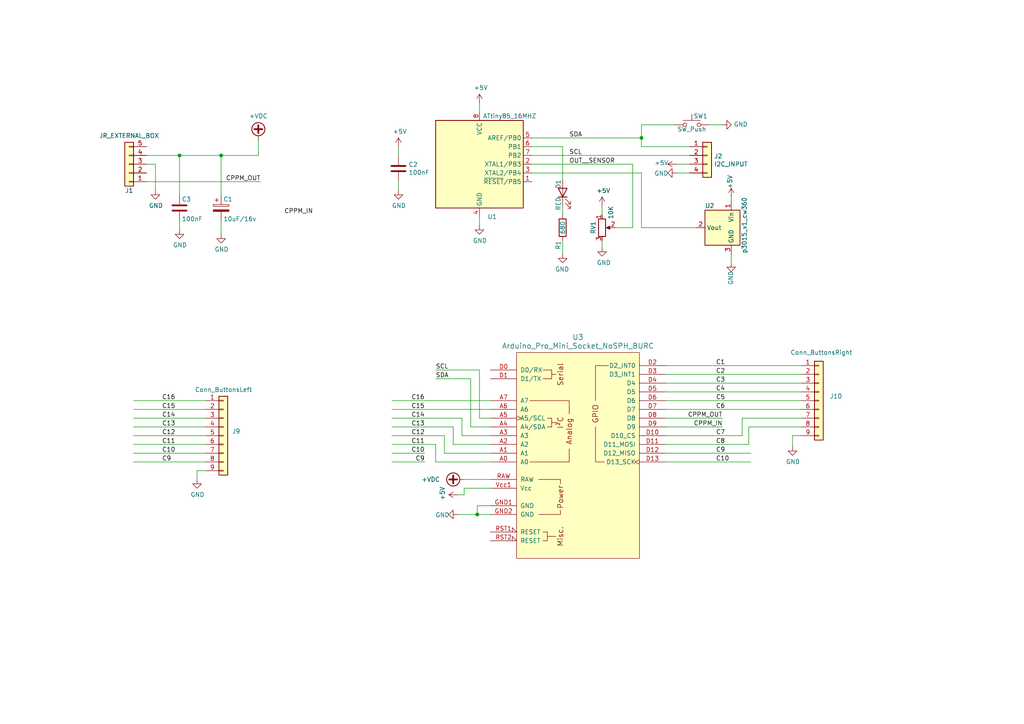
<source format=kicad_sch>
(kicad_sch (version 20230121) (generator eeschema)
  (paper "A4")
  (title_block (title "Board for Angle & Ana & Sw") (date "2023-08-31") (rev "1.0") (company "OpenAVRc"))
  (lib_symbols
    (symbol "Capteur_Hall_I2C_Mini-rescue:ATtiny85-20SU-MCU_Microchip_ATtiny"
      (property "Reference" "U" (at -12.7 13.97 0))
      (property "Value" "ATtiny85-20SU-MCU_Microchip_ATtiny" (at 2.54 -13.97 0))
      (symbol "ATtiny85-20SU-MCU_Microchip_ATtiny_0_1"
        (rectangle (start -12.7 -12.7) (end 12.7 12.7) (stroke (width 0.254)) (fill (type background)))
      )
      (symbol "ATtiny85-20SU-MCU_Microchip_ATtiny_1_1"
        (pin bidirectional line (at 15.24 -5.08 180) (length 2.54) (name "~{RESET}/PB5") (number "1"))
        (pin bidirectional line (at 15.24 0 180) (length 2.54) (name "XTAL1/PB3") (number "2"))
        (pin bidirectional line (at 15.24 -2.54 180) (length 2.54) (name "XTAL2/PB4") (number "3"))
        (pin power_in line (at 0 -15.24 90) (length 2.54) (name "GND") (number "4"))
        (pin bidirectional line (at 15.24 7.62 180) (length 2.54) (name "AREF/PB0") (number "5"))
        (pin bidirectional line (at 15.24 5.08 180) (length 2.54) (name "PB1") (number "6"))
        (pin bidirectional line (at 15.24 2.54 180) (length 2.54) (name "PB2") (number "7"))
        (pin power_in line (at 0 15.24 270) (length 2.54) (name "VCC") (number "8"))
      )
    )
    (symbol "Capteur_Hall_I2C_Mini-rescue:CP-Device" (pin_numbers hide) (pin_names (offset 0.254))
      (property "Reference" "C" (at 0.635 2.54 0))
      (property "Value" "CP-Device" (at 0.635 -2.54 0))
      (symbol "CP-Device_0_1"
        (rectangle (start -2.286 0.508) (end 2.286 1.016))
        (polyline (pts (xy -1.778 2.286) (xy -0.762 2.286)))
        (polyline (pts (xy -1.27 2.794) (xy -1.27 1.778)))
        (rectangle (start 2.286 -0.508) (end -2.286 -1.016) (fill (type outline)))
      )
      (symbol "CP-Device_1_1"
        (pin passive line (at 0 3.81 270) (length 2.794) (name "~") (number "1"))
        (pin passive line (at 0 -3.81 90) (length 2.794) (name "~") (number "2"))
      )
    )
    (symbol "Connector_Generic:Conn_01x04" (pin_names (offset 1.016) hide)
      (property "Reference" "J" (at 0 5.08 0))
      (property "Value" "Conn_01x04" (at 0 -7.62 0))
      (symbol "Conn_01x04_1_1"
        (rectangle (start -1.27 -4.953) (end 0 -5.207) (stroke (width 0.1524)))
        (rectangle (start -1.27 -2.413) (end 0 -2.667) (stroke (width 0.1524)))
        (rectangle (start -1.27 0.127) (end 0 -0.127) (stroke (width 0.1524)))
        (rectangle (start -1.27 2.667) (end 0 2.413) (stroke (width 0.1524)))
        (rectangle (start -1.27 3.81) (end 1.27 -6.35) (stroke (width 0.254)) (fill (type background)))
        (pin passive line (at -5.08 2.54 0) (length 3.81) (name "Pin_1") (number "1"))
        (pin passive line (at -5.08 0 0) (length 3.81) (name "Pin_2") (number "2"))
        (pin passive line (at -5.08 -2.54 0) (length 3.81) (name "Pin_3") (number "3"))
        (pin passive line (at -5.08 -5.08 0) (length 3.81) (name "Pin_4") (number "4"))
      )
    )
    (symbol "Connector_Generic:Conn_01x05" (pin_names (offset 1.016) hide)
      (property "Reference" "J" (at 0 7.62 0))
      (property "Value" "Conn_01x05" (at 0 -7.62 0))
      (symbol "Conn_01x05_1_1"
        (rectangle (start -1.27 -4.953) (end 0 -5.207) (stroke (width 0.1524)))
        (rectangle (start -1.27 -2.413) (end 0 -2.667) (stroke (width 0.1524)))
        (rectangle (start -1.27 0.127) (end 0 -0.127) (stroke (width 0.1524)))
        (rectangle (start -1.27 2.667) (end 0 2.413) (stroke (width 0.1524)))
        (rectangle (start -1.27 5.207) (end 0 4.953) (stroke (width 0.1524)))
        (rectangle (start -1.27 6.35) (end 1.27 -6.35) (stroke (width 0.254)) (fill (type background)))
        (pin passive line (at -5.08 5.08 0) (length 3.81) (name "Pin_1") (number "1"))
        (pin passive line (at -5.08 2.54 0) (length 3.81) (name "Pin_2") (number "2"))
        (pin passive line (at -5.08 0 0) (length 3.81) (name "Pin_3") (number "3"))
        (pin passive line (at -5.08 -2.54 0) (length 3.81) (name "Pin_4") (number "4"))
        (pin passive line (at -5.08 -5.08 0) (length 3.81) (name "Pin_5") (number "5"))
      )
    )
    (symbol "Connector_Generic:Conn_01x09" (pin_names (offset 1.016) hide)
      (property "Reference" "J" (at 0 12.7 0))
      (property "Value" "Conn_01x09" (at 0 -12.7 0))
      (symbol "Conn_01x09_1_1"
        (rectangle (start -1.27 -10.033) (end 0 -10.287) (stroke (width 0.1524)))
        (rectangle (start -1.27 -7.493) (end 0 -7.747) (stroke (width 0.1524)))
        (rectangle (start -1.27 -4.953) (end 0 -5.207) (stroke (width 0.1524)))
        (rectangle (start -1.27 -2.413) (end 0 -2.667) (stroke (width 0.1524)))
        (rectangle (start -1.27 0.127) (end 0 -0.127) (stroke (width 0.1524)))
        (rectangle (start -1.27 2.667) (end 0 2.413) (stroke (width 0.1524)))
        (rectangle (start -1.27 5.207) (end 0 4.953) (stroke (width 0.1524)))
        (rectangle (start -1.27 7.747) (end 0 7.493) (stroke (width 0.1524)))
        (rectangle (start -1.27 10.287) (end 0 10.033) (stroke (width 0.1524)))
        (rectangle (start -1.27 11.43) (end 1.27 -11.43) (stroke (width 0.254)) (fill (type background)))
        (pin passive line (at -5.08 10.16 0) (length 3.81) (name "Pin_1") (number "1"))
        (pin passive line (at -5.08 7.62 0) (length 3.81) (name "Pin_2") (number "2"))
        (pin passive line (at -5.08 5.08 0) (length 3.81) (name "Pin_3") (number "3"))
        (pin passive line (at -5.08 2.54 0) (length 3.81) (name "Pin_4") (number "4"))
        (pin passive line (at -5.08 0 0) (length 3.81) (name "Pin_5") (number "5"))
        (pin passive line (at -5.08 -2.54 0) (length 3.81) (name "Pin_6") (number "6"))
        (pin passive line (at -5.08 -5.08 0) (length 3.81) (name "Pin_7") (number "7"))
        (pin passive line (at -5.08 -7.62 0) (length 3.81) (name "Pin_8") (number "8"))
        (pin passive line (at -5.08 -10.16 0) (length 3.81) (name "Pin_9") (number "9"))
      )
    )
    (symbol "Device:C" (pin_numbers hide) (pin_names (offset 0.254))
      (property "Reference" "C" (at 0.635 2.54 0))
      (property "Value" "C" (at 0.635 -2.54 0))
      (symbol "C_0_1"
        (polyline (pts (xy -2.032 -0.762) (xy 2.032 -0.762)) (stroke (width 0.508)))
        (polyline (pts (xy -2.032 0.762) (xy 2.032 0.762)) (stroke (width 0.508)))
      )
      (symbol "C_1_1"
        (pin passive line (at 0 3.81 270) (length 2.794) (name "~") (number "1"))
        (pin passive line (at 0 -3.81 90) (length 2.794) (name "~") (number "2"))
      )
    )
    (symbol "Device:LED" (pin_numbers hide) (pin_names (offset 1.016) hide)
      (property "Reference" "D" (at 0 2.54 0))
      (property "Value" "LED" (at 0 -2.54 0))
      (symbol "LED_0_1"
        (polyline (pts (xy -1.27 -1.27) (xy -1.27 1.27)) (stroke (width 0.254)))
        (polyline (pts (xy -1.27 0) (xy 1.27 0)))
        (polyline (pts (xy 1.27 -1.27) (xy 1.27 1.27) (xy -1.27 0) (xy 1.27 -1.27)) (stroke (width 0.254)))
        (polyline (pts (xy -3.048 -0.762) (xy -4.572 -2.286) (xy -3.81 -2.286) (xy -4.572 -2.286) (xy -4.572 -1.524)))
        (polyline (pts (xy -1.778 -0.762) (xy -3.302 -2.286) (xy -2.54 -2.286) (xy -3.302 -2.286) (xy -3.302 -1.524)))
      )
      (symbol "LED_1_1"
        (pin passive line (at -3.81 0 0) (length 2.54) (name "K") (number "1"))
        (pin passive line (at 3.81 0 180) (length 2.54) (name "A") (number "2"))
      )
    )
    (symbol "Device:R" (pin_numbers hide) (pin_names (offset 0))
      (property "Reference" "R" (at 2.032 0 90))
      (property "Value" "R" (at 0 0 90))
      (symbol "R_0_1"
        (rectangle (start -1.016 -2.54) (end 1.016 2.54) (stroke (width 0.254)))
      )
      (symbol "R_1_1"
        (pin passive line (at 0 3.81 270) (length 1.27) (name "~") (number "1"))
        (pin passive line (at 0 -3.81 90) (length 1.27) (name "~") (number "2"))
      )
    )
    (symbol "Device:R_Potentiometer" (pin_names (offset 1.016) hide)
      (property "Reference" "RV" (at -4.445 0 90))
      (property "Value" "R_Potentiometer" (at -2.54 0 90))
      (symbol "R_Potentiometer_0_1"
        (polyline (pts (xy 2.54 0) (xy 1.524 0)))
        (polyline (pts (xy 1.143 0) (xy 2.286 0.508) (xy 2.286 -0.508) (xy 1.143 0)) (fill (type outline)))
        (rectangle (start 1.016 2.54) (end -1.016 -2.54) (stroke (width 0.254)))
      )
      (symbol "R_Potentiometer_1_1"
        (pin passive line (at 0 3.81 270) (length 1.27) (name "1") (number "1"))
        (pin passive line (at 3.81 0 180) (length 1.27) (name "2") (number "2"))
        (pin passive line (at 0 -3.81 90) (length 1.27) (name "3") (number "3"))
      )
    )
    (symbol "PCM_arduino-library:Arduino_Pro_Mini_Socket_NoSPH" (pin_names (offset 1.016))
      (property "Reference" "A" (at 0 36.83 0))
      (property "Value" "Arduino_Pro_Mini_Socket_NoSPH" (at 0 33.02 0))
      (symbol "Arduino_Pro_Mini_Socket_NoSPH_0_0"
        (rectangle (start -17.78 30.48) (end 17.78 -29.21) (fill (type background)))
        (polyline (pts (xy -7.62 10.16) (xy -6.35 10.16)))
        (polyline (pts (xy -7.62 24.13) (xy -6.35 24.13)))
        (polyline (pts (xy -6.35 -22.86) (xy -8.89 -22.86)))
        (polyline (pts (xy -11.43 -16.51) (xy -5.08 -16.51) (xy -5.08 -15.24)))
        (polyline (pts (xy -5.08 -7.62) (xy -5.08 -6.35) (xy -11.43 -6.35)))
        (polyline (pts (xy -2.54 2.54) (xy -2.54 -1.27) (xy -13.97 -1.27)))
        (polyline (pts (xy -2.54 12.7) (xy -2.54 16.51) (xy -13.97 16.51)))
        (polyline (pts (xy -10.16 25.4) (xy -7.62 25.4) (xy -7.62 22.86) (xy -10.16 22.86)))
        (polyline (pts (xy -8.89 11.43) (xy -7.62 11.43) (xy -7.62 8.89) (xy -8.89 8.89)))
        (text "Analog" (at -2.54 7.62 900) (effects (font (size 1.524 1.524))))
        (text "I²C" (at -5.08 10.16 900) (effects (font (size 1.524 1.524))))
        (text "Misc." (at -5.08 -22.86 900) (effects (font (size 1.524 1.524))))
        (text "Power" (at -5.08 -11.43 900) (effects (font (size 1.524 1.524))))
        (text "Serial" (at -5.08 24.13 900) (effects (font (size 1.524 1.524))))
      )
      (symbol "Arduino_Pro_Mini_Socket_NoSPH_0_1"
        (polyline (pts (xy 7.62 -1.27) (xy 5.08 -1.27) (xy 5.08 8.89)))
        (polyline (pts (xy 8.89 26.67) (xy 5.08 26.67) (xy 5.08 16.51)))
        (polyline (pts (xy -10.16 -24.13) (xy -8.89 -24.13) (xy -8.89 -21.59) (xy -10.16 -21.59)))
      )
      (symbol "Arduino_Pro_Mini_Socket_NoSPH_1_0"
        (text "GPIO" (at 5.08 12.7 900) (effects (font (size 1.524 1.524))))
      )
      (symbol "Arduino_Pro_Mini_Socket_NoSPH_1_1"
        (pin bidirectional line (at -25.4 -1.27 0) (length 7.62) (name "A0") (number "A0"))
        (pin bidirectional line (at -25.4 1.27 0) (length 7.62) (name "A1") (number "A1"))
        (pin bidirectional line (at -25.4 3.81 0) (length 7.62) (name "A2") (number "A2"))
        (pin bidirectional line (at -25.4 6.35 0) (length 7.62) (name "A3") (number "A3"))
        (pin bidirectional line (at -25.4 8.89 0) (length 7.62) (name "A4/SDA") (number "A4"))
        (pin bidirectional clock (at -25.4 11.43 0) (length 7.62) (name "A5/SCL") (number "A5"))
        (pin input line (at -25.4 13.97 0) (length 7.62) (name "A6") (number "A6"))
        (pin input line (at -25.4 16.51 0) (length 7.62) (name "A7") (number "A7"))
        (pin bidirectional line (at -25.4 25.4 0) (length 7.62) (name "D0/RX") (number "D0"))
        (pin bidirectional line (at -25.4 22.86 0) (length 7.62) (name "D1/TX") (number "D1"))
        (pin bidirectional line (at 25.4 6.35 180) (length 7.62) (name "D10_CS") (number "D10"))
        (pin bidirectional line (at 25.4 3.81 180) (length 7.62) (name "D11_MOSI") (number "D11"))
        (pin bidirectional line (at 25.4 1.27 180) (length 7.62) (name "D12_MISO") (number "D12"))
        (pin bidirectional clock (at 25.4 -1.27 180) (length 7.62) (name "D13_SCK") (number "D13"))
        (pin bidirectional line (at 25.4 26.67 180) (length 7.62) (name "D2_INT0") (number "D2"))
        (pin bidirectional line (at 25.4 24.13 180) (length 7.62) (name "D3_INT1") (number "D3"))
        (pin bidirectional line (at 25.4 21.59 180) (length 7.62) (name "D4") (number "D4"))
        (pin bidirectional line (at 25.4 19.05 180) (length 7.62) (name "D5") (number "D5"))
        (pin bidirectional line (at 25.4 16.51 180) (length 7.62) (name "D6") (number "D6"))
        (pin bidirectional line (at 25.4 13.97 180) (length 7.62) (name "D7") (number "D7"))
        (pin bidirectional line (at 25.4 11.43 180) (length 7.62) (name "D8") (number "D8"))
        (pin bidirectional line (at 25.4 8.89 180) (length 7.62) (name "D9") (number "D9"))
        (pin power_in line (at -25.4 -13.97 0) (length 7.62) (name "GND") (number "GND1"))
        (pin power_in line (at -25.4 -16.51 0) (length 7.62) (name "GND") (number "GND2"))
        (pin power_in line (at -25.4 -6.35 0) (length 7.62) (name "RAW") (number "RAW"))
        (pin open_collector input_low (at -25.4 -21.59 0) (length 7.62) (name "RESET") (number "RST1"))
        (pin open_collector input_low (at -25.4 -24.13 0) (length 7.62) (name "RESET") (number "RST2"))
        (pin power_in line (at -25.4 -8.89 0) (length 7.62) (name "Vcc") (number "Vcc1"))
      )
    )
    (symbol "Reference_Voltage:ISL21070DIH306Z-TK"
      (property "Reference" "U" (at -0.635 8.255 0))
      (property "Value" "ISL21070DIH306Z-TK" (at -1.905 6.35 0))
      (symbol "ISL21070DIH306Z-TK_0_1"
        (rectangle (start -5.08 5.08) (end 5.08 -5.08) (stroke (width 0.254)) (fill (type background)))
      )
      (symbol "ISL21070DIH306Z-TK_1_1"
        (pin power_in line (at -2.54 7.62 270) (length 2.54) (name "Vin") (number "1"))
        (pin power_out line (at 7.62 0 180) (length 2.54) (name "Vout") (number "2"))
        (pin power_in line (at -2.54 -7.62 90) (length 2.54) (name "GND") (number "3"))
      )
    )
    (symbol "Switch:SW_Push" (pin_numbers hide) (pin_names (offset 1.016) hide)
      (property "Reference" "SW" (at 1.27 2.54 0))
      (property "Value" "SW_Push" (at 0 -1.524 0))
      (symbol "SW_Push_0_1"
        (circle (center -2.032 0) (radius 0.508))
        (polyline (pts (xy 0 1.27) (xy 0 3.048)))
        (polyline (pts (xy 2.54 1.27) (xy -2.54 1.27)))
        (circle (center 2.032 0) (radius 0.508))
        (pin passive line (at -5.08 0 0) (length 2.54) (name "1") (number "1"))
        (pin passive line (at 5.08 0 180) (length 2.54) (name "2") (number "2"))
      )
    )
    (symbol "power:+5V" (power) (pin_names (offset 0))
      (property "Value" "+5V" (at 0 3.556 0))
      (symbol "+5V_0_1"
        (polyline (pts (xy -0.762 1.27) (xy 0 2.54)))
        (polyline (pts (xy 0 0) (xy 0 2.54)))
        (polyline (pts (xy 0 2.54) (xy 0.762 1.27)))
      )
      (symbol "+5V_1_1"
        (pin power_in line (at 0 0 90) (length 0) hide (name "+5V") (number "1"))
      )
    )
    (symbol "power:+VDC" (power) (pin_names (offset 0))
      (property "Value" "+VDC" (at 0 6.35 0))
      (symbol "+VDC_0_1"
        (polyline (pts (xy -1.143 3.175) (xy 1.143 3.175)) (stroke (width 0.508)))
        (polyline (pts (xy 0 0) (xy 0 1.27)))
        (polyline (pts (xy 0 2.032) (xy 0 4.318)) (stroke (width 0.508)))
        (circle (center 0 3.175) (radius 1.905) (stroke (width 0.254)))
      )
      (symbol "+VDC_1_1"
        (pin power_in line (at 0 0 90) (length 0) hide (name "+VDC") (number "1"))
      )
    )
    (symbol "power:GND" (power) (pin_names (offset 0))
      (property "Value" "GND" (at 0 -3.81 0))
      (symbol "GND_0_1"
        (polyline (pts (xy 0 0) (xy 0 -1.27) (xy 1.27 -1.27) (xy 0 -2.54) (xy -1.27 -1.27) (xy 0 -1.27)))
      )
      (symbol "GND_1_1"
        (pin power_in line (at 0 0 270) (length 0) hide (name "GND") (number "1"))
      )
    )
  )
  (junction (at 64.135 45.085))
  (junction (at 138.43 149.225))
  (junction (at 52.07 45.085))
  (junction (at 186.055 40.005))
  (wire (pts (xy 126.365 107.315) (xy 139.065 107.315)))
  (wire (pts (xy 131.445 128.905) (xy 142.24 128.905)))
  (wire (pts (xy 126.365 133.985) (xy 142.24 133.985)))
  (wire (pts (xy 200.025 47.625) (xy 196.215 47.625)))
  (wire (pts (xy 133.985 126.365) (xy 133.985 121.285)))
  (wire (pts (xy 193.04 116.205) (xy 232.41 116.205)))
  (wire (pts (xy 186.055 36.195) (xy 195.58 36.195)))
  (wire (pts (xy 38.735 121.285) (xy 59.69 121.285)))
  (wire (pts (xy 128.905 131.445) (xy 142.24 131.445)))
  (wire (pts (xy 128.905 126.365) (xy 113.665 126.365)))
  (wire (pts (xy 64.135 67.945) (xy 64.135 64.135)))
  (wire (pts (xy 42.545 45.085) (xy 52.07 45.085)))
  (wire (pts (xy 52.07 66.675) (xy 52.07 64.135)))
  (wire (pts (xy 115.57 55.245) (xy 115.57 52.705)))
  (wire (pts (xy 134.62 141.605) (xy 134.62 143.51)))
  (wire (pts (xy 193.04 121.285) (xy 209.55 121.285)))
  (wire (pts (xy 38.735 123.825) (xy 59.69 123.825)))
  (wire (pts (xy 138.43 149.225) (xy 142.24 149.225)))
  (wire (pts (xy 131.445 128.905) (xy 131.445 123.825)))
  (wire (pts (xy 215.265 121.285) (xy 232.41 121.285)))
  (wire (pts (xy 128.905 131.445) (xy 128.905 126.365)))
  (wire (pts (xy 113.665 133.985) (xy 123.19 133.985)))
  (wire (pts (xy 136.525 123.825) (xy 136.525 109.855)))
  (wire (pts (xy 113.665 128.905) (xy 126.365 128.905)))
  (wire (pts (xy 134.62 143.51) (xy 132.715 143.51)))
  (wire (pts (xy 183.515 47.625) (xy 183.515 66.04)))
  (wire (pts (xy 64.135 45.085) (xy 64.135 56.515)))
  (wire (pts (xy 115.57 42.545) (xy 115.57 45.085)))
  (wire (pts (xy 163.195 69.85) (xy 163.195 73.66)))
  (wire (pts (xy 174.625 69.85) (xy 174.625 71.755)))
  (wire (pts (xy 59.69 136.525) (xy 57.15 136.525)))
  (wire (pts (xy 186.055 50.165) (xy 154.305 50.165)))
  (wire (pts (xy 38.735 128.905) (xy 59.69 128.905)))
  (wire (pts (xy 132.715 149.225) (xy 138.43 149.225)))
  (wire (pts (xy 212.09 57.15) (xy 212.09 58.42)))
  (wire (pts (xy 134.62 139.065) (xy 142.24 139.065)))
  (wire (pts (xy 193.04 108.585) (xy 232.41 108.585)))
  (wire (pts (xy 52.07 45.085) (xy 52.07 56.515)))
  (wire (pts (xy 196.215 50.165) (xy 200.025 50.165)))
  (wire (pts (xy 154.305 45.085) (xy 200.025 45.085)))
  (wire (pts (xy 193.04 128.905) (xy 217.17 128.905)))
  (wire (pts (xy 45.085 47.625) (xy 45.085 55.245)))
  (wire (pts (xy 217.17 123.825) (xy 232.41 123.825)))
  (wire (pts (xy 113.665 118.745) (xy 142.24 118.745)))
  (wire (pts (xy 38.735 116.205) (xy 59.69 116.205)))
  (wire (pts (xy 42.545 52.705) (xy 75.565 52.705)))
  (wire (pts (xy 154.305 47.625) (xy 183.515 47.625)))
  (wire (pts (xy 193.04 118.745) (xy 232.41 118.745)))
  (wire (pts (xy 64.135 45.085) (xy 74.93 45.085)))
  (wire (pts (xy 38.735 133.985) (xy 59.69 133.985)))
  (wire (pts (xy 113.665 116.205) (xy 142.24 116.205)))
  (wire (pts (xy 134.62 141.605) (xy 142.24 141.605)))
  (wire (pts (xy 232.41 126.365) (xy 229.87 126.365)))
  (wire (pts (xy 229.87 126.365) (xy 229.87 129.54)))
  (wire (pts (xy 183.515 66.04) (xy 178.435 66.04)))
  (wire (pts (xy 133.985 121.285) (xy 113.665 121.285)))
  (wire (pts (xy 193.04 111.125) (xy 232.41 111.125)))
  (wire (pts (xy 154.305 42.545) (xy 163.195 42.545)))
  (wire (pts (xy 186.055 66.04) (xy 186.055 50.165)))
  (wire (pts (xy 131.445 123.825) (xy 113.665 123.825)))
  (wire (pts (xy 205.74 36.195) (xy 209.55 36.195)))
  (wire (pts (xy 126.365 133.985) (xy 126.365 128.905)))
  (wire (pts (xy 154.305 40.005) (xy 186.055 40.005)))
  (wire (pts (xy 126.365 109.855) (xy 136.525 109.855)))
  (wire (pts (xy 38.735 131.445) (xy 59.69 131.445)))
  (wire (pts (xy 193.04 131.445) (xy 217.805 131.445)))
  (wire (pts (xy 133.985 126.365) (xy 142.24 126.365)))
  (wire (pts (xy 186.055 66.04) (xy 201.93 66.04)))
  (wire (pts (xy 139.065 29.845) (xy 139.065 32.385)))
  (wire (pts (xy 74.93 45.085) (xy 74.93 40.64)))
  (wire (pts (xy 215.265 126.365) (xy 215.265 121.285)))
  (wire (pts (xy 193.04 106.045) (xy 232.41 106.045)))
  (wire (pts (xy 186.055 42.545) (xy 186.055 40.005)))
  (wire (pts (xy 186.055 42.545) (xy 200.025 42.545)))
  (wire (pts (xy 186.055 36.195) (xy 186.055 40.005)))
  (wire (pts (xy 139.065 65.405) (xy 139.065 62.865)))
  (wire (pts (xy 113.665 131.445) (xy 123.19 131.445)))
  (wire (pts (xy 52.07 45.085) (xy 64.135 45.085)))
  (wire (pts (xy 193.04 113.665) (xy 232.41 113.665)))
  (wire (pts (xy 38.735 118.745) (xy 59.69 118.745)))
  (wire (pts (xy 38.735 126.365) (xy 59.69 126.365)))
  (wire (pts (xy 163.195 59.69) (xy 163.195 62.23)))
  (wire (pts (xy 136.525 123.825) (xy 142.24 123.825)))
  (wire (pts (xy 139.065 107.315) (xy 139.065 121.285)))
  (wire (pts (xy 42.545 47.625) (xy 45.085 47.625)))
  (wire (pts (xy 217.17 128.905) (xy 217.17 123.825)))
  (wire (pts (xy 193.04 126.365) (xy 215.265 126.365)))
  (wire (pts (xy 139.065 121.285) (xy 142.24 121.285)))
  (wire (pts (xy 57.15 136.525) (xy 57.15 139.065)))
  (wire (pts (xy 193.04 133.985) (xy 217.805 133.985)))
  (wire (pts (xy 142.24 146.685) (xy 138.43 146.685)))
  (wire (pts (xy 163.195 42.545) (xy 163.195 52.07)))
  (wire (pts (xy 138.43 146.685) (xy 138.43 149.225)))
  (wire (pts (xy 174.625 59.69) (xy 174.625 62.23)))
  (wire (pts (xy 193.04 123.825) (xy 209.55 123.825)))
  (wire (pts (xy 212.09 73.66) (xy 212.09 76.2)))
  (label "C10" (at 207.645 133.985 0))
  (label "C12" (at 46.99 126.365 0))
  (label "C15" (at 46.99 118.745 0))
  (label "C1" (at 207.645 106.045 0))
  (label "C12" (at 123.2168 126.365 180))
  (label "C16" (at 46.99 116.205 0))
  (label "C10" (at 123.19 131.445 180))
  (label "C8" (at 207.645 128.905 0))
  (label "SCL" (at 126.365 107.315 0))
  (label "C9" (at 46.99 133.985 0))
  (label "C16" (at 123.19 116.205 180))
  (label "SDA" (at 165.1 40.005 0))
  (label "C2" (at 207.645 108.585 0))
  (label "C7" (at 207.645 126.365 0))
  (label "C4" (at 207.645 113.665 0))
  (label "C11" (at 46.99 128.905 0))
  (label "C6" (at 207.645 118.745 0))
  (label "CPPM_OUT" (at 75.565 52.705 180))
  (label "C9" (at 123.19 133.985 180))
  (label "C9" (at 207.645 131.445 0))
  (label "OUT__SENSOR" (at 165.1 47.625 0))
  (label "SCL" (at 165.1 45.085 0))
  (label "C11" (at 123.19 128.905 180))
  (label "C13" (at 46.99 123.825 0))
  (label "C13" (at 123.19 123.825 180))
  (label "C14" (at 123.19 121.285 180))
  (label "CPPM_IN" (at 209.55 123.825 180))
  (label "C15" (at 123.19 118.745 180))
  (label "SDA" (at 126.365 109.855 0))
  (label "CPPM_OUT" (at 209.55 121.285 180))
  (label "C5" (at 207.645 116.205 0))
  (label "C10" (at 46.99 131.445 0))
  (label "C14" (at 46.99 121.285 0))
  (label "C3" (at 207.645 111.125 0))
  (label "CPPM_IN" (at 90.805 62.23 180))
  (symbol (lib_id "Capteur_Hall_I2C_Mini-rescue:ATtiny85-20SU-MCU_Microchip_ATtiny") (at 139.065 47.625 0) (unit 1)
    (property "Reference" "U1" (at 144.145 62.865 0) (effects (justify right)))
    (property "Value" "ATtiny85_16MHZ" (at 155.575 33.655 0) (effects (justify right)))
    (property "Footprint" "Package_DIP:DIP-8_W7.62mm" (effects hide))
    (property "Datasheet" "http://ww1.microchip.com/downloads/en/DeviceDoc/atmel-2586-avr-8-bit-microcontroller-attiny25-attiny45-attiny85_datasheet.pdf" (effects hide))
  )
  (symbol (lib_id "Device:LED") (at 163.195 55.88 90) (unit 1)
    (property "Reference" "D1" (at 161.925 52.07 0) (effects (justify right)))
    (property "Value" "RED" (at 161.925 57.15 0) (effects (justify right)))
    (property "Footprint" "LED_THT:LED_D3.0mm" (effects hide))
  )
  (symbol (lib_id "Device:R") (at 163.195 66.04 0) (unit 1)
    (property "Reference" "R1" (at 161.925 71.12 90))
    (property "Value" "680" (at 163.195 66.04 90))
    (property "Footprint" "Resistor_THT:R_Axial_DIN0204_L3.6mm_D1.6mm_P5.08mm_Horizontal" (effects hide))
  )
  (symbol (lib_id "power:+5V") (at 212.09 57.15 0) (mirror y) (unit 1)
    (property "Reference" "#PWR0111" (effects hide))
    (property "Value" "+5V" (at 211.709 52.7558 90))
  )
  (symbol (lib_id "power:GND") (at 163.195 73.66 0) (unit 1)
    (property "Reference" "#PWR0101" (effects hide))
    (property "Value" "GND" (at 165.1 78.105 0) (effects (justify right)))
  )
  (symbol (lib_id "power:GND") (at 139.065 65.405 0) (unit 1)
    (property "Reference" "#PWR0102" (effects hide))
    (property "Value" "GND" (at 139.192 69.7992 0))
  )
  (symbol (lib_id "power:+5V") (at 139.065 29.845 0) (unit 1)
    (property "Reference" "#PWR0103" (effects hide))
    (property "Value" "+5V" (at 139.446 25.4508 0))
  )
  (symbol (lib_id "power:GND") (at 212.09 76.2 0) (mirror y) (unit 1)
    (property "Reference" "#PWR0112" (effects hide))
    (property "Value" "GND" (at 211.963 80.5942 90))
  )
  (symbol (lib_id "Device:C") (at 115.57 48.895 0) (unit 1)
    (property "Reference" "C2" (at 118.491 47.7266 0) (effects (justify left)))
    (property "Value" "100nF" (at 118.491 50.038 0) (effects (justify left)))
    (property "Footprint" "Capacitor_THT:C_Rect_L7.0mm_W3.5mm_P5.00mm" (effects hide))
  )
  (symbol (lib_id "Capteur_Hall_I2C_Mini-rescue:CP-Device") (at 64.135 60.325 0) (unit 1)
    (property "Reference" "C1" (at 64.77 57.785 0) (effects (justify left)))
    (property "Value" "10uF/16v" (at 64.77 63.5 0) (effects (justify left)))
    (property "Footprint" "Capacitor_THT:C_Radial_D8.0mm_H7.0mm_P3.50mm" (effects hide))
  )
  (symbol (lib_id "power:+5V") (at 115.57 42.545 0) (unit 1)
    (property "Reference" "#PWR0104" (effects hide))
    (property "Value" "+5V" (at 115.951 38.1508 0))
  )
  (symbol (lib_id "power:GND") (at 115.57 55.245 0) (unit 1)
    (property "Reference" "#PWR0106" (effects hide))
    (property "Value" "GND" (at 115.697 59.6392 0))
  )
  (symbol (lib_id "power:GND") (at 64.135 67.945 0) (unit 1)
    (property "Reference" "#PWR0107" (effects hide))
    (property "Value" "GND" (at 64.262 72.3392 0))
  )
  (symbol (lib_id "power:GND") (at 209.55 36.195 90) (unit 1)
    (property "Reference" "#PWR0108" (effects hide))
    (property "Value" "GND" (at 212.8012 36.068 90) (effects (justify right)))
  )
  (symbol (lib_id "Switch:SW_Push") (at 200.66 36.195 0) (unit 1)
    (property "Reference" "SW1" (at 203.2 33.655 0))
    (property "Value" "SW_Push" (at 200.66 37.465 0))
    (property "Footprint" "Button_Switch_THT:SW_PUSH_6mm_H4.3mm" (effects hide))
  )
  (symbol (lib_id "Connector_Generic:Conn_01x04") (at 205.105 45.085 0) (unit 1)
    (property "Reference" "J2" (at 207.137 45.2882 0) (effects (justify left)))
    (property "Value" "I2C_INPUT" (at 207.137 47.5996 0) (effects (justify left)))
    (property "Footprint" "Connector_PinHeader_2.54mm:PinHeader_1x04_P2.54mm_Vertical" (effects hide))
  )
  (symbol (lib_id "power:+5V") (at 196.215 47.625 90) (unit 1)
    (property "Reference" "#PWR0110" (effects hide))
    (property "Value" "+5V" (at 191.8208 47.244 90))
  )
  (symbol (lib_id "power:GND") (at 196.215 50.165 270) (unit 1)
    (property "Reference" "#PWR0113" (effects hide))
    (property "Value" "GND" (at 191.8208 50.292 90))
  )
  (symbol (lib_id "power:+VDC") (at 74.93 40.64 0) (unit 1)
    (property "Reference" "#PWR06" (effects hide))
    (property "Value" "+VDC" (at 74.93 33.655 0))
  )
  (symbol (lib_id "power:+5V") (at 174.625 59.69 0) (unit 1)
    (property "Reference" "#PWR0114" (effects hide))
    (property "Value" "+5V" (at 175.006 55.2958 0))
  )
  (symbol (lib_id "power:GND") (at 57.15 139.065 0) (unit 1)
    (property "Reference" "#PWR010" (effects hide))
    (property "Value" "GND" (at 57.277 143.4592 0))
  )
  (symbol (lib_id "Device:C") (at 52.07 60.325 0) (unit 1)
    (property "Reference" "C3" (at 52.705 57.785 0) (effects (justify left)))
    (property "Value" "100nF" (at 52.705 63.5 0) (effects (justify left)))
    (property "Footprint" "Capacitor_THT:C_Rect_L7.0mm_W3.5mm_P5.00mm" (effects hide))
  )
  (symbol (lib_id "power:+5V") (at 132.715 143.51 90) (unit 1)
    (property "Reference" "#PWR04" (effects hide))
    (property "Value" "+5V" (at 128.3208 143.129 0))
  )
  (symbol (lib_id "power:GND") (at 45.085 55.245 0) (unit 1)
    (property "Reference" "#PWR07" (effects hide))
    (property "Value" "GND" (at 45.212 59.6392 0))
  )
  (symbol (lib_id "power:GND") (at 52.07 66.675 0) (unit 1)
    (property "Reference" "#PWR012" (effects hide))
    (property "Value" "GND" (at 52.197 71.0692 0))
  )
  (symbol (lib_id "Connector_Generic:Conn_01x09") (at 64.77 126.365 0) (unit 1)
    (property "Reference" "J9" (at 67.31 125.095 0) (effects (justify left)))
    (property "Value" "Conn_ButtonsLeft" (at 56.515 113.03 0) (effects (justify left)))
    (property "Footprint" "Connector_JST:JST_PH_B9B-PH-K_1x09_P2.00mm_Vertical" (effects hide))
  )
  (symbol (lib_id "Connector_Generic:Conn_01x09") (at 237.49 116.205 0) (unit 1)
    (property "Reference" "J10" (at 240.665 114.935 0) (effects (justify left)))
    (property "Value" "Conn_ButtonsRight" (at 229.235 102.235 0) (effects (justify left)))
    (property "Footprint" "Connector_JST:JST_PH_B9B-PH-K_1x09_P2.00mm_Vertical" (effects hide))
  )
  (symbol (lib_id "power:+VDC") (at 134.62 139.065 90) (unit 1)
    (property "Reference" "#PWR05" (effects hide))
    (property "Value" "+VDC" (at 127.635 139.065 90) (effects (justify left)))
  )
  (symbol (lib_id "Connector_Generic:Conn_01x05") (at 37.465 47.625 180) (unit 1)
    (property "Reference" "J1" (at 37.465 55.245 0))
    (property "Value" "JR_EXTERNAL_BOX" (at 37.465 39.37 0))
    (property "Footprint" "BURC_Encoder_JRFormat_FootPrints:4455-B05" (effects hide))
  )
  (symbol (lib_id "power:GND") (at 132.715 149.225 270) (unit 1)
    (property "Reference" "#PWR03" (effects hide))
    (property "Value" "GND" (at 128.3208 149.352 90))
  )
  (symbol (lib_id "power:GND") (at 174.625 71.755 0) (unit 1)
    (property "Reference" "#PWR0115" (effects hide))
    (property "Value" "GND" (at 177.165 76.2 0) (effects (justify right)))
  )
  (symbol (lib_id "Device:R_Potentiometer") (at 174.625 66.04 0) (unit 1)
    (property "Reference" "RV1" (at 172.085 64.135 90) (effects (justify right)))
    (property "Value" "10K" (at 177.165 59.69 90) (effects (justify right)))
    (property "Footprint" "BURC_Encoder_JRFormat_FootPrints:PTA2043-2015CPB103" (effects hide))
  )
  (symbol (lib_id "power:GND") (at 229.87 129.54 0) (unit 1)
    (property "Reference" "#PWR09" (effects hide))
    (property "Value" "GND" (at 229.997 133.9342 0))
  )
  (symbol (lib_id "Reference_Voltage:ISL21070DIH306Z-TK") (at 209.55 66.04 0) (mirror y) (unit 1)
    (property "Reference" "U2" (at 204.47 59.69 0) (effects (justify right)))
    (property "Value" "p3015_v1_cw360" (at 215.9 57.15 90) (effects (justify right)))
    (property "Footprint" "BURC_Encoder_JRFormat_FootPrints:p3015_v1_cw360" (effects hide))
  )
  (symbol (lib_id "PCM_arduino-library:Arduino_Pro_Mini_Socket_NoSPH") (at 167.64 132.715 0) (unit 1)
    (property "Reference" "U3" (at 167.64 97.79 0) (effects (font (size 1.524 1.524))))
    (property "Value" "Arduino_Pro_Mini_Socket_NoSPH_BURC" (at 167.64 100.33 0) (effects (font (size 1.524 1.524))))
    (property "Footprint" "BURC_Encoder_JRFormat_FootPrints:Arduino_Pro_Mini_Socket_NoSPH_BURC" (effects hide))
    (property "Datasheet" "https://docs.arduino.cc/retired/boards/arduino-pro-mini" (effects hide))
  )
)
</source>
